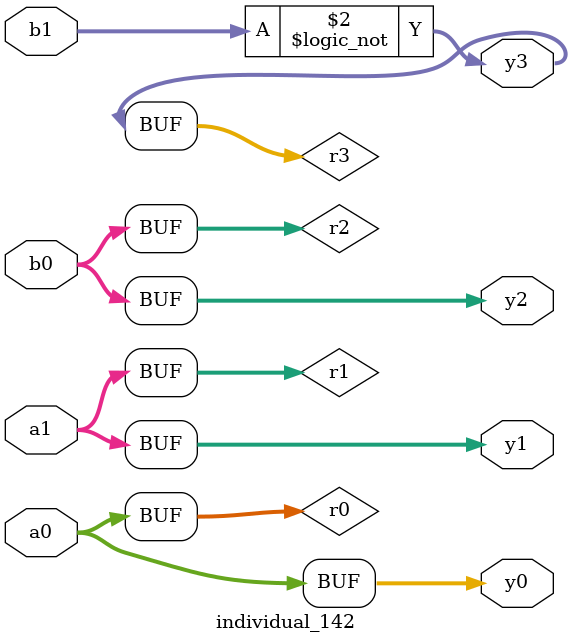
<source format=sv>
module individual_142(input logic [15:0] a1, input logic [15:0] a0, input logic [15:0] b1, input logic [15:0] b0, output logic [15:0] y3, output logic [15:0] y2, output logic [15:0] y1, output logic [15:0] y0);
logic [15:0] r0, r1, r2, r3; 
 always@(*) begin 
	 r0 = a0; r1 = a1; r2 = b0; r3 = b1; 
 	 r3 = ! r3 ;
 	 y3 = r3; y2 = r2; y1 = r1; y0 = r0; 
end
endmodule
</source>
